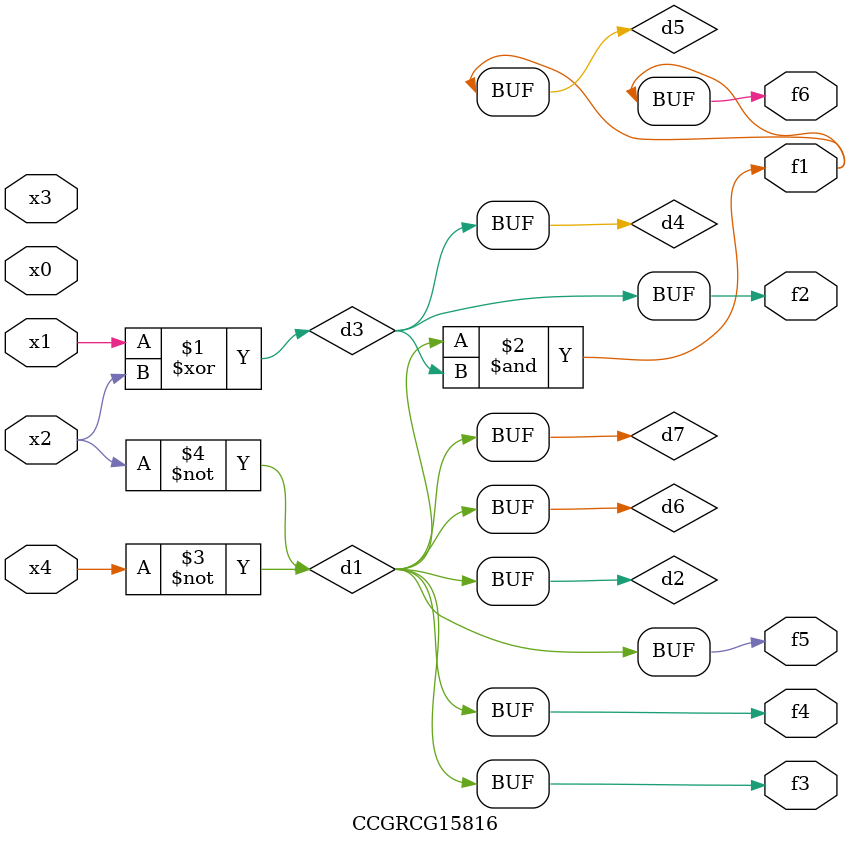
<source format=v>
module CCGRCG15816(
	input x0, x1, x2, x3, x4,
	output f1, f2, f3, f4, f5, f6
);

	wire d1, d2, d3, d4, d5, d6, d7;

	not (d1, x4);
	not (d2, x2);
	xor (d3, x1, x2);
	buf (d4, d3);
	and (d5, d1, d3);
	buf (d6, d1, d2);
	buf (d7, d2);
	assign f1 = d5;
	assign f2 = d4;
	assign f3 = d7;
	assign f4 = d7;
	assign f5 = d7;
	assign f6 = d5;
endmodule

</source>
